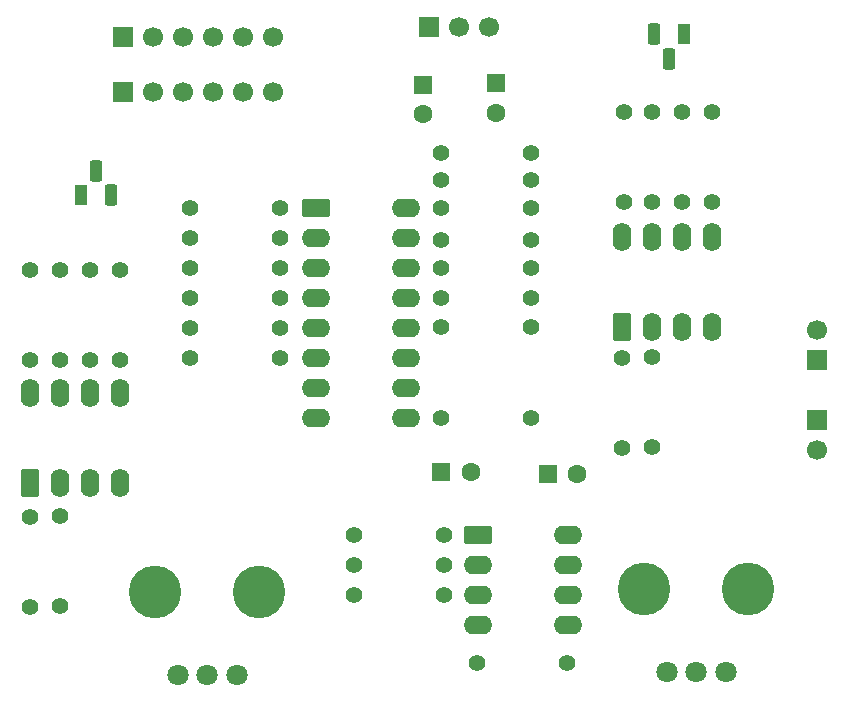
<source format=gbs>
%TF.GenerationSoftware,KiCad,Pcbnew,9.0.3*%
%TF.CreationDate,2025-08-11T14:45:13+09:00*%
%TF.ProjectId,debugVCASeparate,64656275-6756-4434-9153-657061726174,rev?*%
%TF.SameCoordinates,Original*%
%TF.FileFunction,Soldermask,Bot*%
%TF.FilePolarity,Negative*%
%FSLAX46Y46*%
G04 Gerber Fmt 4.6, Leading zero omitted, Abs format (unit mm)*
G04 Created by KiCad (PCBNEW 9.0.3) date 2025-08-11 14:45:13*
%MOMM*%
%LPD*%
G01*
G04 APERTURE LIST*
G04 Aperture macros list*
%AMRoundRect*
0 Rectangle with rounded corners*
0 $1 Rounding radius*
0 $2 $3 $4 $5 $6 $7 $8 $9 X,Y pos of 4 corners*
0 Add a 4 corners polygon primitive as box body*
4,1,4,$2,$3,$4,$5,$6,$7,$8,$9,$2,$3,0*
0 Add four circle primitives for the rounded corners*
1,1,$1+$1,$2,$3*
1,1,$1+$1,$4,$5*
1,1,$1+$1,$6,$7*
1,1,$1+$1,$8,$9*
0 Add four rect primitives between the rounded corners*
20,1,$1+$1,$2,$3,$4,$5,0*
20,1,$1+$1,$4,$5,$6,$7,0*
20,1,$1+$1,$6,$7,$8,$9,0*
20,1,$1+$1,$8,$9,$2,$3,0*%
G04 Aperture macros list end*
%ADD10R,1.700000X1.700000*%
%ADD11C,1.700000*%
%ADD12C,1.400000*%
%ADD13C,1.800000*%
%ADD14C,4.455000*%
%ADD15R,1.100000X1.800000*%
%ADD16RoundRect,0.275000X-0.275000X-0.625000X0.275000X-0.625000X0.275000X0.625000X-0.275000X0.625000X0*%
%ADD17RoundRect,0.250000X-0.550000X-0.550000X0.550000X-0.550000X0.550000X0.550000X-0.550000X0.550000X0*%
%ADD18C,1.600000*%
%ADD19RoundRect,0.250000X0.550000X-0.950000X0.550000X0.950000X-0.550000X0.950000X-0.550000X-0.950000X0*%
%ADD20O,1.600000X2.400000*%
%ADD21RoundRect,0.250000X-0.550000X0.550000X-0.550000X-0.550000X0.550000X-0.550000X0.550000X0.550000X0*%
%ADD22RoundRect,0.250000X-0.950000X-0.550000X0.950000X-0.550000X0.950000X0.550000X-0.950000X0.550000X0*%
%ADD23O,2.400000X1.600000*%
%ADD24RoundRect,0.275000X0.275000X0.625000X-0.275000X0.625000X-0.275000X-0.625000X0.275000X-0.625000X0*%
G04 APERTURE END LIST*
D10*
%TO.C,J1*%
X56134000Y-78758000D03*
D11*
X58674000Y-78758000D03*
X61214000Y-78758000D03*
X63754000Y-78758000D03*
X66294000Y-78758000D03*
X68834000Y-78758000D03*
%TD*%
D12*
%TO.C,R1*%
X106045000Y-80518000D03*
X106045000Y-88138000D03*
%TD*%
%TO.C,R34*%
X90678000Y-86233000D03*
X83058000Y-86233000D03*
%TD*%
D10*
%TO.C,J3*%
X114935000Y-106553000D03*
D11*
X114935000Y-109093000D03*
%TD*%
D13*
%TO.C,VR6*%
X60786000Y-128125000D03*
X63286000Y-128125000D03*
X65786000Y-128125000D03*
D14*
X58886000Y-121125000D03*
X67686000Y-121125000D03*
%TD*%
D15*
%TO.C,Q1*%
X52578000Y-87522000D03*
D16*
X53848000Y-85452000D03*
X55118000Y-87522000D03*
%TD*%
D12*
%TO.C,R11*%
X48260000Y-101473000D03*
X48260000Y-93853000D03*
%TD*%
%TO.C,R23*%
X69469000Y-101328000D03*
X61849000Y-101328000D03*
%TD*%
%TO.C,R12*%
X53340000Y-93853000D03*
X53340000Y-101473000D03*
%TD*%
%TO.C,R36*%
X90678000Y-98679000D03*
X83058000Y-98679000D03*
%TD*%
%TO.C,R13*%
X55880000Y-93853000D03*
X55880000Y-101473000D03*
%TD*%
%TO.C,R44*%
X100965000Y-108857000D03*
X100965000Y-101237000D03*
%TD*%
D17*
%TO.C,C7*%
X83098000Y-110980000D03*
D18*
X85598000Y-110980000D03*
%TD*%
D19*
%TO.C,U1*%
X48260000Y-111887000D03*
D20*
X50800000Y-111887000D03*
X53340000Y-111887000D03*
X55880000Y-111887000D03*
X55880000Y-104267000D03*
X53340000Y-104267000D03*
X50800000Y-104267000D03*
X48260000Y-104267000D03*
%TD*%
D21*
%TO.C,C2*%
X87757000Y-78042900D03*
D18*
X87757000Y-80542900D03*
%TD*%
D10*
%TO.C,J4*%
X114935000Y-101473000D03*
D11*
X114935000Y-98933000D03*
%TD*%
D19*
%TO.C,U3*%
X98425000Y-98679000D03*
D20*
X100965000Y-98679000D03*
X103505000Y-98679000D03*
X106045000Y-98679000D03*
X106045000Y-91059000D03*
X103505000Y-91059000D03*
X100965000Y-91059000D03*
X98425000Y-91059000D03*
%TD*%
D12*
%TO.C,R35*%
X90678000Y-83947000D03*
X83058000Y-83947000D03*
%TD*%
D17*
%TO.C,C9*%
X92115000Y-111107000D03*
D18*
X94615000Y-111107000D03*
%TD*%
D12*
%TO.C,R31*%
X83058000Y-91313000D03*
X90678000Y-91313000D03*
%TD*%
%TO.C,R38*%
X75692000Y-121394000D03*
X83312000Y-121394000D03*
%TD*%
D22*
%TO.C,U2*%
X72517000Y-88628000D03*
D23*
X72517000Y-91168000D03*
X72517000Y-93708000D03*
X72517000Y-96248000D03*
X72517000Y-98788000D03*
X72517000Y-101328000D03*
X72517000Y-103868000D03*
X72517000Y-106408000D03*
X80137000Y-106408000D03*
X80137000Y-103868000D03*
X80137000Y-101328000D03*
X80137000Y-98788000D03*
X80137000Y-96248000D03*
X80137000Y-93708000D03*
X80137000Y-91168000D03*
X80137000Y-88628000D03*
%TD*%
D12*
%TO.C,R32*%
X90678000Y-96266000D03*
X83058000Y-96266000D03*
%TD*%
%TO.C,R19*%
X61849000Y-93708000D03*
X69469000Y-93708000D03*
%TD*%
D10*
%TO.C,J2*%
X82042000Y-73279000D03*
D11*
X84582000Y-73279000D03*
X87122000Y-73279000D03*
%TD*%
D12*
%TO.C,R41*%
X48260000Y-122428000D03*
X48260000Y-114808000D03*
%TD*%
%TO.C,R45*%
X98425000Y-108966000D03*
X98425000Y-101346000D03*
%TD*%
%TO.C,R21*%
X69469000Y-91168000D03*
X61849000Y-91168000D03*
%TD*%
D15*
%TO.C,Q2*%
X103632000Y-73895000D03*
D24*
X102362000Y-75965000D03*
X101092000Y-73895000D03*
%TD*%
D10*
%TO.C,J5*%
X56134000Y-74168000D03*
D11*
X58674000Y-74168000D03*
X61214000Y-74168000D03*
X63754000Y-74168000D03*
X66294000Y-74168000D03*
X68834000Y-74168000D03*
%TD*%
D12*
%TO.C,R49*%
X86106000Y-127127000D03*
X93726000Y-127127000D03*
%TD*%
%TO.C,R3*%
X100965000Y-88138000D03*
X100965000Y-80518000D03*
%TD*%
%TO.C,R33*%
X90678000Y-93726000D03*
X83058000Y-93726000D03*
%TD*%
%TO.C,R5*%
X90678000Y-88646000D03*
X83058000Y-88646000D03*
%TD*%
%TO.C,R37*%
X90678000Y-106426000D03*
X83058000Y-106426000D03*
%TD*%
D22*
%TO.C,U4*%
X86233000Y-116314000D03*
D23*
X86233000Y-118854000D03*
X86233000Y-121394000D03*
X86233000Y-123934000D03*
X93853000Y-123934000D03*
X93853000Y-121394000D03*
X93853000Y-118854000D03*
X93853000Y-116314000D03*
%TD*%
D12*
%TO.C,R15*%
X61849000Y-88646000D03*
X69469000Y-88646000D03*
%TD*%
%TO.C,R4*%
X98552000Y-88138000D03*
X98552000Y-80518000D03*
%TD*%
%TO.C,R22*%
X61849000Y-98788000D03*
X69469000Y-98788000D03*
%TD*%
D21*
%TO.C,C1*%
X81534000Y-78169900D03*
D18*
X81534000Y-80669900D03*
%TD*%
D12*
%TO.C,R14*%
X50800000Y-101473000D03*
X50800000Y-93853000D03*
%TD*%
%TO.C,R48*%
X83312000Y-118854000D03*
X75692000Y-118854000D03*
%TD*%
D13*
%TO.C,VR7*%
X102188000Y-127871000D03*
X104688000Y-127871000D03*
X107188000Y-127871000D03*
D14*
X100288000Y-120871000D03*
X109088000Y-120871000D03*
%TD*%
D12*
%TO.C,R43*%
X50800000Y-122301000D03*
X50800000Y-114681000D03*
%TD*%
%TO.C,R47*%
X83312000Y-116314000D03*
X75692000Y-116314000D03*
%TD*%
%TO.C,R20*%
X61849000Y-96248000D03*
X69469000Y-96248000D03*
%TD*%
%TO.C,R2*%
X103505000Y-80518000D03*
X103505000Y-88138000D03*
%TD*%
M02*

</source>
